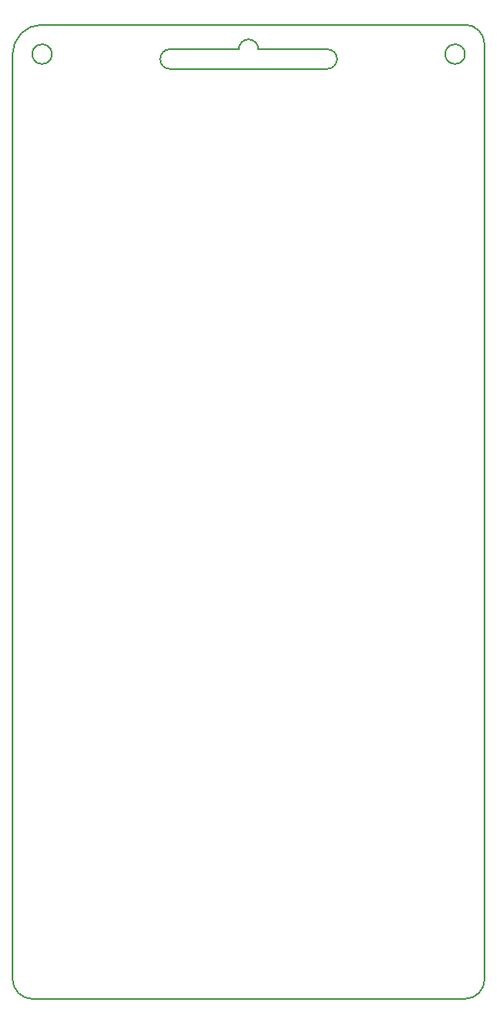
<source format=gbr>
G04 #@! TF.FileFunction,Profile,NP*
%FSLAX46Y46*%
G04 Gerber Fmt 4.6, Leading zero omitted, Abs format (unit mm)*
G04 Created by KiCad (PCBNEW 4.0.2+dfsg1-stable) date tor 22 sep 2016 18:21:25 CEST*
%MOMM*%
G01*
G04 APERTURE LIST*
%ADD10C,0.100000*%
%ADD11C,0.150000*%
G04 APERTURE END LIST*
D10*
D11*
X56000000Y-37500000D02*
X40000000Y-37500000D01*
X56000000Y-37500000D02*
G75*
G03X57000000Y-36500000I0J1000000D01*
G01*
X57000000Y-36500000D02*
G75*
G03X56000000Y-35500000I-1000000J0D01*
G01*
X39000000Y-36500000D02*
G75*
G03X40000000Y-37500000I1000000J0D01*
G01*
X40000000Y-35500000D02*
G75*
G03X39000000Y-36500000I0J-1000000D01*
G01*
X47000000Y-35500000D02*
X40000000Y-35500000D01*
X49000000Y-35500000D02*
X56000000Y-35500000D01*
X49000000Y-35500000D02*
G75*
G03X48000000Y-34500000I-1000000J0D01*
G01*
X48000000Y-34500000D02*
G75*
G03X47000000Y-35500000I0J-1000000D01*
G01*
X70000000Y-36000000D02*
G75*
G03X70000000Y-36000000I-1000000J0D01*
G01*
X28000000Y-36000000D02*
G75*
G03X28000000Y-36000000I-1000000J0D01*
G01*
X24000000Y-130000000D02*
X24000000Y-36000000D01*
X70000000Y-132000000D02*
X26000000Y-132000000D01*
X72000000Y-35000000D02*
X72000000Y-130000000D01*
X27000000Y-33000000D02*
X70000000Y-33000000D01*
X70000000Y-132000000D02*
G75*
G03X72000000Y-130000000I0J2000000D01*
G01*
X24000000Y-130000000D02*
G75*
G03X26000000Y-132000000I2000000J0D01*
G01*
X72000000Y-35000000D02*
G75*
G03X70000000Y-33000000I-2000000J0D01*
G01*
X27000000Y-33000000D02*
G75*
G03X24000000Y-36000000I0J-3000000D01*
G01*
M02*

</source>
